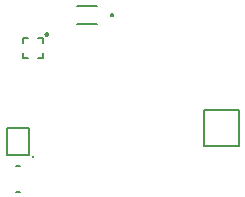
<source format=gbr>
G04 EAGLE Gerber RS-274X export*
G75*
%MOMM*%
%FSLAX34Y34*%
%LPD*%
%INSilkscreen Bottom*%
%IPPOS*%
%AMOC8*
5,1,8,0,0,1.08239X$1,22.5*%
G01*
%ADD10C,0.127000*%
%ADD11C,0.152400*%
%ADD12C,0.254000*%
%ADD13C,0.200000*%


D10*
X63222Y256110D02*
X60222Y256110D01*
X60222Y234110D02*
X63222Y234110D01*
D11*
X52324Y264668D02*
X52324Y287528D01*
X71120Y287528D01*
X71120Y264668D01*
X52324Y264668D01*
D12*
X74422Y263398D03*
D13*
X85125Y367220D02*
X85127Y367283D01*
X85133Y367345D01*
X85143Y367407D01*
X85156Y367469D01*
X85174Y367529D01*
X85195Y367588D01*
X85220Y367646D01*
X85249Y367702D01*
X85281Y367756D01*
X85316Y367808D01*
X85354Y367857D01*
X85396Y367905D01*
X85440Y367949D01*
X85488Y367991D01*
X85537Y368029D01*
X85589Y368064D01*
X85643Y368096D01*
X85699Y368125D01*
X85757Y368150D01*
X85816Y368171D01*
X85876Y368189D01*
X85938Y368202D01*
X86000Y368212D01*
X86062Y368218D01*
X86125Y368220D01*
X86188Y368218D01*
X86250Y368212D01*
X86312Y368202D01*
X86374Y368189D01*
X86434Y368171D01*
X86493Y368150D01*
X86551Y368125D01*
X86607Y368096D01*
X86661Y368064D01*
X86713Y368029D01*
X86762Y367991D01*
X86810Y367949D01*
X86854Y367905D01*
X86896Y367857D01*
X86934Y367808D01*
X86969Y367756D01*
X87001Y367702D01*
X87030Y367646D01*
X87055Y367588D01*
X87076Y367529D01*
X87094Y367469D01*
X87107Y367407D01*
X87117Y367345D01*
X87123Y367283D01*
X87125Y367220D01*
X87123Y367157D01*
X87117Y367095D01*
X87107Y367033D01*
X87094Y366971D01*
X87076Y366911D01*
X87055Y366852D01*
X87030Y366794D01*
X87001Y366738D01*
X86969Y366684D01*
X86934Y366632D01*
X86896Y366583D01*
X86854Y366535D01*
X86810Y366491D01*
X86762Y366449D01*
X86713Y366411D01*
X86661Y366376D01*
X86607Y366344D01*
X86551Y366315D01*
X86493Y366290D01*
X86434Y366269D01*
X86374Y366251D01*
X86312Y366238D01*
X86250Y366228D01*
X86188Y366222D01*
X86125Y366220D01*
X86062Y366222D01*
X86000Y366228D01*
X85938Y366238D01*
X85876Y366251D01*
X85816Y366269D01*
X85757Y366290D01*
X85699Y366315D01*
X85643Y366344D01*
X85589Y366376D01*
X85537Y366411D01*
X85488Y366449D01*
X85440Y366491D01*
X85396Y366535D01*
X85354Y366583D01*
X85316Y366632D01*
X85281Y366684D01*
X85249Y366738D01*
X85220Y366794D01*
X85195Y366852D01*
X85174Y366911D01*
X85156Y366971D01*
X85143Y367033D01*
X85133Y367095D01*
X85127Y367157D01*
X85125Y367220D01*
D10*
X70705Y347150D02*
X66480Y347150D01*
X66480Y351375D01*
X79155Y347150D02*
X83380Y347150D01*
X83380Y351375D01*
X83380Y364050D02*
X79155Y364050D01*
X83380Y364050D02*
X83380Y359825D01*
X70705Y364050D02*
X66480Y364050D01*
X66480Y359825D01*
X112150Y376094D02*
X129150Y376094D01*
X129150Y391494D02*
X112150Y391494D01*
D13*
X140560Y383794D02*
X140562Y383857D01*
X140568Y383919D01*
X140578Y383981D01*
X140591Y384043D01*
X140609Y384103D01*
X140630Y384162D01*
X140655Y384220D01*
X140684Y384276D01*
X140716Y384330D01*
X140751Y384382D01*
X140789Y384431D01*
X140831Y384479D01*
X140875Y384523D01*
X140923Y384565D01*
X140972Y384603D01*
X141024Y384638D01*
X141078Y384670D01*
X141134Y384699D01*
X141192Y384724D01*
X141251Y384745D01*
X141311Y384763D01*
X141373Y384776D01*
X141435Y384786D01*
X141497Y384792D01*
X141560Y384794D01*
X141623Y384792D01*
X141685Y384786D01*
X141747Y384776D01*
X141809Y384763D01*
X141869Y384745D01*
X141928Y384724D01*
X141986Y384699D01*
X142042Y384670D01*
X142096Y384638D01*
X142148Y384603D01*
X142197Y384565D01*
X142245Y384523D01*
X142289Y384479D01*
X142331Y384431D01*
X142369Y384382D01*
X142404Y384330D01*
X142436Y384276D01*
X142465Y384220D01*
X142490Y384162D01*
X142511Y384103D01*
X142529Y384043D01*
X142542Y383981D01*
X142552Y383919D01*
X142558Y383857D01*
X142560Y383794D01*
X142558Y383731D01*
X142552Y383669D01*
X142542Y383607D01*
X142529Y383545D01*
X142511Y383485D01*
X142490Y383426D01*
X142465Y383368D01*
X142436Y383312D01*
X142404Y383258D01*
X142369Y383206D01*
X142331Y383157D01*
X142289Y383109D01*
X142245Y383065D01*
X142197Y383023D01*
X142148Y382985D01*
X142096Y382950D01*
X142042Y382918D01*
X141986Y382889D01*
X141928Y382864D01*
X141869Y382843D01*
X141809Y382825D01*
X141747Y382812D01*
X141685Y382802D01*
X141623Y382796D01*
X141560Y382794D01*
X141497Y382796D01*
X141435Y382802D01*
X141373Y382812D01*
X141311Y382825D01*
X141251Y382843D01*
X141192Y382864D01*
X141134Y382889D01*
X141078Y382918D01*
X141024Y382950D01*
X140972Y382985D01*
X140923Y383023D01*
X140875Y383065D01*
X140831Y383109D01*
X140789Y383157D01*
X140751Y383206D01*
X140716Y383258D01*
X140684Y383312D01*
X140655Y383368D01*
X140630Y383426D01*
X140609Y383485D01*
X140591Y383545D01*
X140578Y383607D01*
X140568Y383669D01*
X140562Y383731D01*
X140560Y383794D01*
D10*
X218934Y272782D02*
X248934Y272782D01*
X248934Y302782D02*
X218934Y302782D01*
X248934Y302782D02*
X248934Y272782D01*
X218934Y272782D02*
X218934Y302782D01*
M02*

</source>
